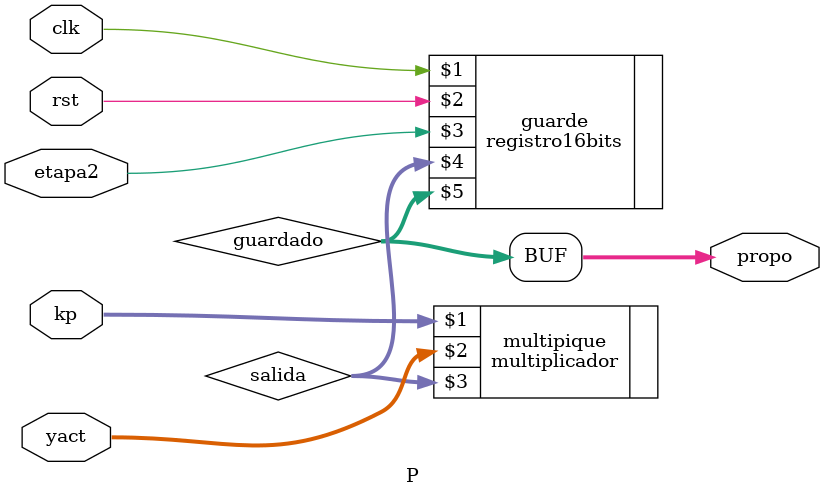
<source format=v>
`timescale 1ns / 1ps

module P(clk,rst,etapa2,kp,yact,propo);
input clk,rst,etapa2;
input signed [8:0]yact,kp;
output wire [17:0]propo;
wire [17:0]salida,guardado;
multiplicador multipique(kp,yact,salida);
registro16bits guarde(clk,rst,etapa2,salida,guardado);
assign propo=guardado; 
endmodule

</source>
